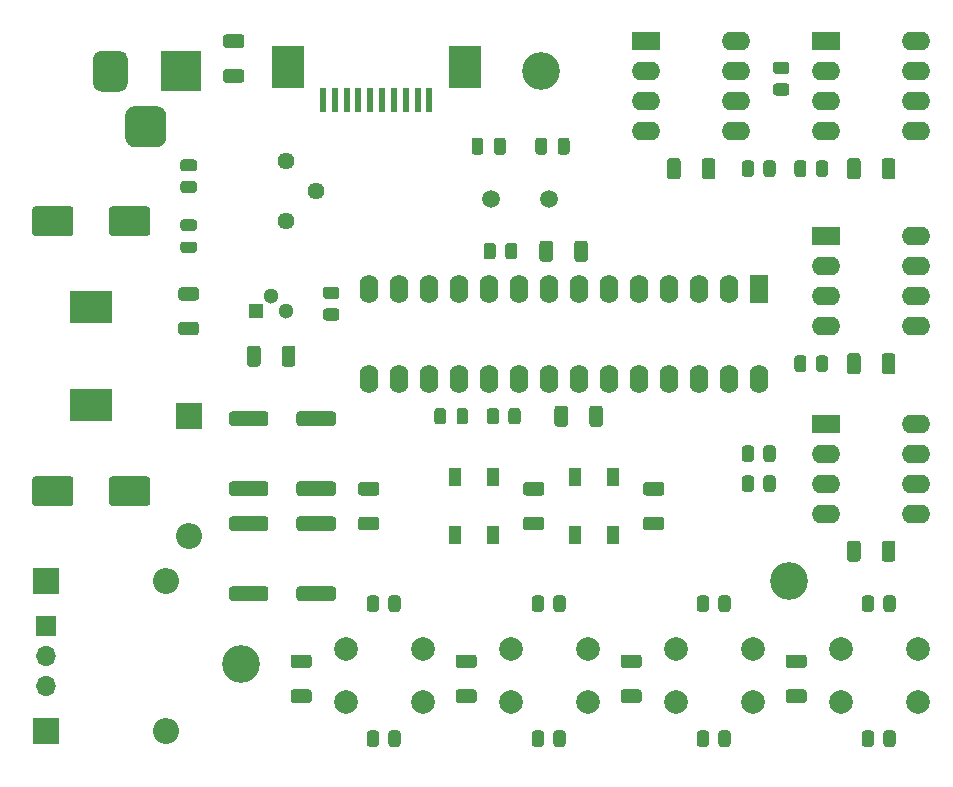
<source format=gbr>
%TF.GenerationSoftware,KiCad,Pcbnew,(5.1.10)-1*%
%TF.CreationDate,2021-08-11T22:08:48+03:00*%
%TF.ProjectId,ambient,616d6269-656e-4742-9e6b-696361645f70,rev?*%
%TF.SameCoordinates,Original*%
%TF.FileFunction,Soldermask,Top*%
%TF.FilePolarity,Negative*%
%FSLAX46Y46*%
G04 Gerber Fmt 4.6, Leading zero omitted, Abs format (unit mm)*
G04 Created by KiCad (PCBNEW (5.1.10)-1) date 2021-08-11 22:08:48*
%MOMM*%
%LPD*%
G01*
G04 APERTURE LIST*
%ADD10C,3.200000*%
%ADD11R,3.500000X3.500000*%
%ADD12R,1.600000X2.400000*%
%ADD13O,1.600000X2.400000*%
%ADD14R,3.600000X2.700000*%
%ADD15R,0.610000X2.000000*%
%ADD16R,2.680000X3.600000*%
%ADD17C,1.440000*%
%ADD18O,2.400000X1.600000*%
%ADD19R,2.400000X1.600000*%
%ADD20C,2.000000*%
%ADD21R,2.200000X2.200000*%
%ADD22O,2.200000X2.200000*%
%ADD23R,1.700000X1.700000*%
%ADD24O,1.700000X1.700000*%
%ADD25C,1.300000*%
%ADD26R,1.300000X1.300000*%
%ADD27C,1.500000*%
%ADD28R,1.000000X1.500000*%
G04 APERTURE END LIST*
D10*
%TO.C, *%
X79375000Y-63500000D03*
%TD*%
%TO.C, *%
X58420000Y-20320000D03*
%TD*%
%TO.C, *%
X33020000Y-70485000D03*
%TD*%
%TO.C,C1*%
G36*
G01*
X59545000Y-50180001D02*
X59545000Y-48879999D01*
G75*
G02*
X59794999Y-48630000I249999J0D01*
G01*
X60445001Y-48630000D01*
G75*
G02*
X60695000Y-48879999I0J-249999D01*
G01*
X60695000Y-50180001D01*
G75*
G02*
X60445001Y-50430000I-249999J0D01*
G01*
X59794999Y-50430000D01*
G75*
G02*
X59545000Y-50180001I0J249999D01*
G01*
G37*
G36*
G01*
X62495000Y-50180001D02*
X62495000Y-48879999D01*
G75*
G02*
X62744999Y-48630000I249999J0D01*
G01*
X63395001Y-48630000D01*
G75*
G02*
X63645000Y-48879999I0J-249999D01*
G01*
X63645000Y-50180001D01*
G75*
G02*
X63395001Y-50430000I-249999J0D01*
G01*
X62744999Y-50430000D01*
G75*
G02*
X62495000Y-50180001I0J249999D01*
G01*
G37*
%TD*%
%TO.C,C2*%
G36*
G01*
X59425000Y-34909999D02*
X59425000Y-36210001D01*
G75*
G02*
X59175001Y-36460000I-249999J0D01*
G01*
X58524999Y-36460000D01*
G75*
G02*
X58275000Y-36210001I0J249999D01*
G01*
X58275000Y-34909999D01*
G75*
G02*
X58524999Y-34660000I249999J0D01*
G01*
X59175001Y-34660000D01*
G75*
G02*
X59425000Y-34909999I0J-249999D01*
G01*
G37*
G36*
G01*
X62375000Y-34909999D02*
X62375000Y-36210001D01*
G75*
G02*
X62125001Y-36460000I-249999J0D01*
G01*
X61474999Y-36460000D01*
G75*
G02*
X61225000Y-36210001I0J249999D01*
G01*
X61225000Y-34909999D01*
G75*
G02*
X61474999Y-34660000I249999J0D01*
G01*
X62125001Y-34660000D01*
G75*
G02*
X62375000Y-34909999I0J-249999D01*
G01*
G37*
%TD*%
D11*
%TO.C,J1*%
X27940000Y-20320000D03*
G36*
G01*
X20440000Y-21320000D02*
X20440000Y-19320000D01*
G75*
G02*
X21190000Y-18570000I750000J0D01*
G01*
X22690000Y-18570000D01*
G75*
G02*
X23440000Y-19320000I0J-750000D01*
G01*
X23440000Y-21320000D01*
G75*
G02*
X22690000Y-22070000I-750000J0D01*
G01*
X21190000Y-22070000D01*
G75*
G02*
X20440000Y-21320000I0J750000D01*
G01*
G37*
G36*
G01*
X23190000Y-25895000D02*
X23190000Y-24145000D01*
G75*
G02*
X24065000Y-23270000I875000J0D01*
G01*
X25815000Y-23270000D01*
G75*
G02*
X26690000Y-24145000I0J-875000D01*
G01*
X26690000Y-25895000D01*
G75*
G02*
X25815000Y-26770000I-875000J0D01*
G01*
X24065000Y-26770000D01*
G75*
G02*
X23190000Y-25895000I0J875000D01*
G01*
G37*
%TD*%
D12*
%TO.C,U1*%
X76835000Y-38735000D03*
D13*
X43815000Y-46355000D03*
X74295000Y-38735000D03*
X46355000Y-46355000D03*
X71755000Y-38735000D03*
X48895000Y-46355000D03*
X69215000Y-38735000D03*
X51435000Y-46355000D03*
X66675000Y-38735000D03*
X53975000Y-46355000D03*
X64135000Y-38735000D03*
X56515000Y-46355000D03*
X61595000Y-38735000D03*
X59055000Y-46355000D03*
X59055000Y-38735000D03*
X61595000Y-46355000D03*
X56515000Y-38735000D03*
X64135000Y-46355000D03*
X53975000Y-38735000D03*
X66675000Y-46355000D03*
X51435000Y-38735000D03*
X69215000Y-46355000D03*
X48895000Y-38735000D03*
X71755000Y-46355000D03*
X46355000Y-38735000D03*
X74295000Y-46355000D03*
X43815000Y-38735000D03*
X76835000Y-46355000D03*
%TD*%
%TO.C,C3*%
G36*
G01*
X60820000Y-26195000D02*
X60820000Y-27145000D01*
G75*
G02*
X60570000Y-27395000I-250000J0D01*
G01*
X60070000Y-27395000D01*
G75*
G02*
X59820000Y-27145000I0J250000D01*
G01*
X59820000Y-26195000D01*
G75*
G02*
X60070000Y-25945000I250000J0D01*
G01*
X60570000Y-25945000D01*
G75*
G02*
X60820000Y-26195000I0J-250000D01*
G01*
G37*
G36*
G01*
X58920000Y-26195000D02*
X58920000Y-27145000D01*
G75*
G02*
X58670000Y-27395000I-250000J0D01*
G01*
X58170000Y-27395000D01*
G75*
G02*
X57920000Y-27145000I0J250000D01*
G01*
X57920000Y-26195000D01*
G75*
G02*
X58170000Y-25945000I250000J0D01*
G01*
X58670000Y-25945000D01*
G75*
G02*
X58920000Y-26195000I0J-250000D01*
G01*
G37*
%TD*%
%TO.C,C4*%
G36*
G01*
X54425000Y-27145000D02*
X54425000Y-26195000D01*
G75*
G02*
X54675000Y-25945000I250000J0D01*
G01*
X55175000Y-25945000D01*
G75*
G02*
X55425000Y-26195000I0J-250000D01*
G01*
X55425000Y-27145000D01*
G75*
G02*
X55175000Y-27395000I-250000J0D01*
G01*
X54675000Y-27395000D01*
G75*
G02*
X54425000Y-27145000I0J250000D01*
G01*
G37*
G36*
G01*
X52525000Y-27145000D02*
X52525000Y-26195000D01*
G75*
G02*
X52775000Y-25945000I250000J0D01*
G01*
X53275000Y-25945000D01*
G75*
G02*
X53525000Y-26195000I0J-250000D01*
G01*
X53525000Y-27145000D01*
G75*
G02*
X53275000Y-27395000I-250000J0D01*
G01*
X52775000Y-27395000D01*
G75*
G02*
X52525000Y-27145000I0J250000D01*
G01*
G37*
%TD*%
%TO.C,R1*%
G36*
G01*
X53542500Y-36010002D02*
X53542500Y-35109998D01*
G75*
G02*
X53792498Y-34860000I249998J0D01*
G01*
X54317502Y-34860000D01*
G75*
G02*
X54567500Y-35109998I0J-249998D01*
G01*
X54567500Y-36010002D01*
G75*
G02*
X54317502Y-36260000I-249998J0D01*
G01*
X53792498Y-36260000D01*
G75*
G02*
X53542500Y-36010002I0J249998D01*
G01*
G37*
G36*
G01*
X55367500Y-36010002D02*
X55367500Y-35109998D01*
G75*
G02*
X55617498Y-34860000I249998J0D01*
G01*
X56142502Y-34860000D01*
G75*
G02*
X56392500Y-35109998I0J-249998D01*
G01*
X56392500Y-36010002D01*
G75*
G02*
X56142502Y-36260000I-249998J0D01*
G01*
X55617498Y-36260000D01*
G75*
G02*
X55367500Y-36010002I0J249998D01*
G01*
G37*
%TD*%
%TO.C,C5*%
G36*
G01*
X15320000Y-34020000D02*
X15320000Y-32020000D01*
G75*
G02*
X15570000Y-31770000I250000J0D01*
G01*
X18570000Y-31770000D01*
G75*
G02*
X18820000Y-32020000I0J-250000D01*
G01*
X18820000Y-34020000D01*
G75*
G02*
X18570000Y-34270000I-250000J0D01*
G01*
X15570000Y-34270000D01*
G75*
G02*
X15320000Y-34020000I0J250000D01*
G01*
G37*
G36*
G01*
X21820000Y-34020000D02*
X21820000Y-32020000D01*
G75*
G02*
X22070000Y-31770000I250000J0D01*
G01*
X25070000Y-31770000D01*
G75*
G02*
X25320000Y-32020000I0J-250000D01*
G01*
X25320000Y-34020000D01*
G75*
G02*
X25070000Y-34270000I-250000J0D01*
G01*
X22070000Y-34270000D01*
G75*
G02*
X21820000Y-34020000I0J250000D01*
G01*
G37*
%TD*%
%TO.C,C6*%
G36*
G01*
X21820000Y-56880000D02*
X21820000Y-54880000D01*
G75*
G02*
X22070000Y-54630000I250000J0D01*
G01*
X25070000Y-54630000D01*
G75*
G02*
X25320000Y-54880000I0J-250000D01*
G01*
X25320000Y-56880000D01*
G75*
G02*
X25070000Y-57130000I-250000J0D01*
G01*
X22070000Y-57130000D01*
G75*
G02*
X21820000Y-56880000I0J250000D01*
G01*
G37*
G36*
G01*
X15320000Y-56880000D02*
X15320000Y-54880000D01*
G75*
G02*
X15570000Y-54630000I250000J0D01*
G01*
X18570000Y-54630000D01*
G75*
G02*
X18820000Y-54880000I0J-250000D01*
G01*
X18820000Y-56880000D01*
G75*
G02*
X18570000Y-57130000I-250000J0D01*
G01*
X15570000Y-57130000D01*
G75*
G02*
X15320000Y-56880000I0J250000D01*
G01*
G37*
%TD*%
%TO.C,C7*%
G36*
G01*
X37449999Y-69705000D02*
X38750001Y-69705000D01*
G75*
G02*
X39000000Y-69954999I0J-249999D01*
G01*
X39000000Y-70605001D01*
G75*
G02*
X38750001Y-70855000I-249999J0D01*
G01*
X37449999Y-70855000D01*
G75*
G02*
X37200000Y-70605001I0J249999D01*
G01*
X37200000Y-69954999D01*
G75*
G02*
X37449999Y-69705000I249999J0D01*
G01*
G37*
G36*
G01*
X37449999Y-72655000D02*
X38750001Y-72655000D01*
G75*
G02*
X39000000Y-72904999I0J-249999D01*
G01*
X39000000Y-73555001D01*
G75*
G02*
X38750001Y-73805000I-249999J0D01*
G01*
X37449999Y-73805000D01*
G75*
G02*
X37200000Y-73555001I0J249999D01*
G01*
X37200000Y-72904999D01*
G75*
G02*
X37449999Y-72655000I249999J0D01*
G01*
G37*
%TD*%
D14*
%TO.C,L1*%
X20320000Y-40300000D03*
X20320000Y-48600000D03*
%TD*%
%TO.C,R2*%
G36*
G01*
X45485000Y-65855002D02*
X45485000Y-64954998D01*
G75*
G02*
X45734998Y-64705000I249998J0D01*
G01*
X46260002Y-64705000D01*
G75*
G02*
X46510000Y-64954998I0J-249998D01*
G01*
X46510000Y-65855002D01*
G75*
G02*
X46260002Y-66105000I-249998J0D01*
G01*
X45734998Y-66105000D01*
G75*
G02*
X45485000Y-65855002I0J249998D01*
G01*
G37*
G36*
G01*
X43660000Y-65855002D02*
X43660000Y-64954998D01*
G75*
G02*
X43909998Y-64705000I249998J0D01*
G01*
X44435002Y-64705000D01*
G75*
G02*
X44685000Y-64954998I0J-249998D01*
G01*
X44685000Y-65855002D01*
G75*
G02*
X44435002Y-66105000I-249998J0D01*
G01*
X43909998Y-66105000D01*
G75*
G02*
X43660000Y-65855002I0J249998D01*
G01*
G37*
%TD*%
%TO.C,R3*%
G36*
G01*
X43660000Y-77285002D02*
X43660000Y-76384998D01*
G75*
G02*
X43909998Y-76135000I249998J0D01*
G01*
X44435002Y-76135000D01*
G75*
G02*
X44685000Y-76384998I0J-249998D01*
G01*
X44685000Y-77285002D01*
G75*
G02*
X44435002Y-77535000I-249998J0D01*
G01*
X43909998Y-77535000D01*
G75*
G02*
X43660000Y-77285002I0J249998D01*
G01*
G37*
G36*
G01*
X45485000Y-77285002D02*
X45485000Y-76384998D01*
G75*
G02*
X45734998Y-76135000I249998J0D01*
G01*
X46260002Y-76135000D01*
G75*
G02*
X46510000Y-76384998I0J-249998D01*
G01*
X46510000Y-77285002D01*
G75*
G02*
X46260002Y-77535000I-249998J0D01*
G01*
X45734998Y-77535000D01*
G75*
G02*
X45485000Y-77285002I0J249998D01*
G01*
G37*
%TD*%
%TO.C,C8*%
G36*
G01*
X79359999Y-69705000D02*
X80660001Y-69705000D01*
G75*
G02*
X80910000Y-69954999I0J-249999D01*
G01*
X80910000Y-70605001D01*
G75*
G02*
X80660001Y-70855000I-249999J0D01*
G01*
X79359999Y-70855000D01*
G75*
G02*
X79110000Y-70605001I0J249999D01*
G01*
X79110000Y-69954999D01*
G75*
G02*
X79359999Y-69705000I249999J0D01*
G01*
G37*
G36*
G01*
X79359999Y-72655000D02*
X80660001Y-72655000D01*
G75*
G02*
X80910000Y-72904999I0J-249999D01*
G01*
X80910000Y-73555001D01*
G75*
G02*
X80660001Y-73805000I-249999J0D01*
G01*
X79359999Y-73805000D01*
G75*
G02*
X79110000Y-73555001I0J249999D01*
G01*
X79110000Y-72904999D01*
G75*
G02*
X79359999Y-72655000I249999J0D01*
G01*
G37*
%TD*%
%TO.C,C9*%
G36*
G01*
X51419999Y-72655000D02*
X52720001Y-72655000D01*
G75*
G02*
X52970000Y-72904999I0J-249999D01*
G01*
X52970000Y-73555001D01*
G75*
G02*
X52720001Y-73805000I-249999J0D01*
G01*
X51419999Y-73805000D01*
G75*
G02*
X51170000Y-73555001I0J249999D01*
G01*
X51170000Y-72904999D01*
G75*
G02*
X51419999Y-72655000I249999J0D01*
G01*
G37*
G36*
G01*
X51419999Y-69705000D02*
X52720001Y-69705000D01*
G75*
G02*
X52970000Y-69954999I0J-249999D01*
G01*
X52970000Y-70605001D01*
G75*
G02*
X52720001Y-70855000I-249999J0D01*
G01*
X51419999Y-70855000D01*
G75*
G02*
X51170000Y-70605001I0J249999D01*
G01*
X51170000Y-69954999D01*
G75*
G02*
X51419999Y-69705000I249999J0D01*
G01*
G37*
%TD*%
%TO.C,C10*%
G36*
G01*
X65389999Y-72655000D02*
X66690001Y-72655000D01*
G75*
G02*
X66940000Y-72904999I0J-249999D01*
G01*
X66940000Y-73555001D01*
G75*
G02*
X66690001Y-73805000I-249999J0D01*
G01*
X65389999Y-73805000D01*
G75*
G02*
X65140000Y-73555001I0J249999D01*
G01*
X65140000Y-72904999D01*
G75*
G02*
X65389999Y-72655000I249999J0D01*
G01*
G37*
G36*
G01*
X65389999Y-69705000D02*
X66690001Y-69705000D01*
G75*
G02*
X66940000Y-69954999I0J-249999D01*
G01*
X66940000Y-70605001D01*
G75*
G02*
X66690001Y-70855000I-249999J0D01*
G01*
X65389999Y-70855000D01*
G75*
G02*
X65140000Y-70605001I0J249999D01*
G01*
X65140000Y-69954999D01*
G75*
G02*
X65389999Y-69705000I249999J0D01*
G01*
G37*
%TD*%
%TO.C,C11*%
G36*
G01*
X31734999Y-17205000D02*
X33035001Y-17205000D01*
G75*
G02*
X33285000Y-17454999I0J-249999D01*
G01*
X33285000Y-18105001D01*
G75*
G02*
X33035001Y-18355000I-249999J0D01*
G01*
X31734999Y-18355000D01*
G75*
G02*
X31485000Y-18105001I0J249999D01*
G01*
X31485000Y-17454999D01*
G75*
G02*
X31734999Y-17205000I249999J0D01*
G01*
G37*
G36*
G01*
X31734999Y-20155000D02*
X33035001Y-20155000D01*
G75*
G02*
X33285000Y-20404999I0J-249999D01*
G01*
X33285000Y-21055001D01*
G75*
G02*
X33035001Y-21305000I-249999J0D01*
G01*
X31734999Y-21305000D01*
G75*
G02*
X31485000Y-21055001I0J249999D01*
G01*
X31485000Y-20404999D01*
G75*
G02*
X31734999Y-20155000I249999J0D01*
G01*
G37*
%TD*%
%TO.C,D1*%
G36*
G01*
X29031250Y-33840000D02*
X28118750Y-33840000D01*
G75*
G02*
X27875000Y-33596250I0J243750D01*
G01*
X27875000Y-33108750D01*
G75*
G02*
X28118750Y-32865000I243750J0D01*
G01*
X29031250Y-32865000D01*
G75*
G02*
X29275000Y-33108750I0J-243750D01*
G01*
X29275000Y-33596250D01*
G75*
G02*
X29031250Y-33840000I-243750J0D01*
G01*
G37*
G36*
G01*
X29031250Y-35715000D02*
X28118750Y-35715000D01*
G75*
G02*
X27875000Y-35471250I0J243750D01*
G01*
X27875000Y-34983750D01*
G75*
G02*
X28118750Y-34740000I243750J0D01*
G01*
X29031250Y-34740000D01*
G75*
G02*
X29275000Y-34983750I0J-243750D01*
G01*
X29275000Y-35471250D01*
G75*
G02*
X29031250Y-35715000I-243750J0D01*
G01*
G37*
%TD*%
%TO.C,D2*%
G36*
G01*
X49375000Y-49986250D02*
X49375000Y-49073750D01*
G75*
G02*
X49618750Y-48830000I243750J0D01*
G01*
X50106250Y-48830000D01*
G75*
G02*
X50350000Y-49073750I0J-243750D01*
G01*
X50350000Y-49986250D01*
G75*
G02*
X50106250Y-50230000I-243750J0D01*
G01*
X49618750Y-50230000D01*
G75*
G02*
X49375000Y-49986250I0J243750D01*
G01*
G37*
G36*
G01*
X51250000Y-49986250D02*
X51250000Y-49073750D01*
G75*
G02*
X51493750Y-48830000I243750J0D01*
G01*
X51981250Y-48830000D01*
G75*
G02*
X52225000Y-49073750I0J-243750D01*
G01*
X52225000Y-49986250D01*
G75*
G02*
X51981250Y-50230000I-243750J0D01*
G01*
X51493750Y-50230000D01*
G75*
G02*
X51250000Y-49986250I0J243750D01*
G01*
G37*
%TD*%
D15*
%TO.C,J2*%
X48950000Y-22755000D03*
X47950000Y-22755000D03*
X46950000Y-22755000D03*
X45950000Y-22755000D03*
X44950000Y-22755000D03*
X43950000Y-22755000D03*
X42950000Y-22755000D03*
X41950000Y-22755000D03*
X40950000Y-22755000D03*
X39950000Y-22755000D03*
D16*
X51940000Y-19955000D03*
X36960000Y-19955000D03*
%TD*%
%TO.C,R4*%
G36*
G01*
X85570000Y-65855002D02*
X85570000Y-64954998D01*
G75*
G02*
X85819998Y-64705000I249998J0D01*
G01*
X86345002Y-64705000D01*
G75*
G02*
X86595000Y-64954998I0J-249998D01*
G01*
X86595000Y-65855002D01*
G75*
G02*
X86345002Y-66105000I-249998J0D01*
G01*
X85819998Y-66105000D01*
G75*
G02*
X85570000Y-65855002I0J249998D01*
G01*
G37*
G36*
G01*
X87395000Y-65855002D02*
X87395000Y-64954998D01*
G75*
G02*
X87644998Y-64705000I249998J0D01*
G01*
X88170002Y-64705000D01*
G75*
G02*
X88420000Y-64954998I0J-249998D01*
G01*
X88420000Y-65855002D01*
G75*
G02*
X88170002Y-66105000I-249998J0D01*
G01*
X87644998Y-66105000D01*
G75*
G02*
X87395000Y-65855002I0J249998D01*
G01*
G37*
%TD*%
%TO.C,R5*%
G36*
G01*
X87395000Y-77285002D02*
X87395000Y-76384998D01*
G75*
G02*
X87644998Y-76135000I249998J0D01*
G01*
X88170002Y-76135000D01*
G75*
G02*
X88420000Y-76384998I0J-249998D01*
G01*
X88420000Y-77285002D01*
G75*
G02*
X88170002Y-77535000I-249998J0D01*
G01*
X87644998Y-77535000D01*
G75*
G02*
X87395000Y-77285002I0J249998D01*
G01*
G37*
G36*
G01*
X85570000Y-77285002D02*
X85570000Y-76384998D01*
G75*
G02*
X85819998Y-76135000I249998J0D01*
G01*
X86345002Y-76135000D01*
G75*
G02*
X86595000Y-76384998I0J-249998D01*
G01*
X86595000Y-77285002D01*
G75*
G02*
X86345002Y-77535000I-249998J0D01*
G01*
X85819998Y-77535000D01*
G75*
G02*
X85570000Y-77285002I0J249998D01*
G01*
G37*
%TD*%
%TO.C,R6*%
G36*
G01*
X59455000Y-65855002D02*
X59455000Y-64954998D01*
G75*
G02*
X59704998Y-64705000I249998J0D01*
G01*
X60230002Y-64705000D01*
G75*
G02*
X60480000Y-64954998I0J-249998D01*
G01*
X60480000Y-65855002D01*
G75*
G02*
X60230002Y-66105000I-249998J0D01*
G01*
X59704998Y-66105000D01*
G75*
G02*
X59455000Y-65855002I0J249998D01*
G01*
G37*
G36*
G01*
X57630000Y-65855002D02*
X57630000Y-64954998D01*
G75*
G02*
X57879998Y-64705000I249998J0D01*
G01*
X58405002Y-64705000D01*
G75*
G02*
X58655000Y-64954998I0J-249998D01*
G01*
X58655000Y-65855002D01*
G75*
G02*
X58405002Y-66105000I-249998J0D01*
G01*
X57879998Y-66105000D01*
G75*
G02*
X57630000Y-65855002I0J249998D01*
G01*
G37*
%TD*%
%TO.C,R7*%
G36*
G01*
X57630000Y-77285002D02*
X57630000Y-76384998D01*
G75*
G02*
X57879998Y-76135000I249998J0D01*
G01*
X58405002Y-76135000D01*
G75*
G02*
X58655000Y-76384998I0J-249998D01*
G01*
X58655000Y-77285002D01*
G75*
G02*
X58405002Y-77535000I-249998J0D01*
G01*
X57879998Y-77535000D01*
G75*
G02*
X57630000Y-77285002I0J249998D01*
G01*
G37*
G36*
G01*
X59455000Y-77285002D02*
X59455000Y-76384998D01*
G75*
G02*
X59704998Y-76135000I249998J0D01*
G01*
X60230002Y-76135000D01*
G75*
G02*
X60480000Y-76384998I0J-249998D01*
G01*
X60480000Y-77285002D01*
G75*
G02*
X60230002Y-77535000I-249998J0D01*
G01*
X59704998Y-77535000D01*
G75*
G02*
X59455000Y-77285002I0J249998D01*
G01*
G37*
%TD*%
%TO.C,R8*%
G36*
G01*
X73425000Y-65855002D02*
X73425000Y-64954998D01*
G75*
G02*
X73674998Y-64705000I249998J0D01*
G01*
X74200002Y-64705000D01*
G75*
G02*
X74450000Y-64954998I0J-249998D01*
G01*
X74450000Y-65855002D01*
G75*
G02*
X74200002Y-66105000I-249998J0D01*
G01*
X73674998Y-66105000D01*
G75*
G02*
X73425000Y-65855002I0J249998D01*
G01*
G37*
G36*
G01*
X71600000Y-65855002D02*
X71600000Y-64954998D01*
G75*
G02*
X71849998Y-64705000I249998J0D01*
G01*
X72375002Y-64705000D01*
G75*
G02*
X72625000Y-64954998I0J-249998D01*
G01*
X72625000Y-65855002D01*
G75*
G02*
X72375002Y-66105000I-249998J0D01*
G01*
X71849998Y-66105000D01*
G75*
G02*
X71600000Y-65855002I0J249998D01*
G01*
G37*
%TD*%
%TO.C,R9*%
G36*
G01*
X71600000Y-77285002D02*
X71600000Y-76384998D01*
G75*
G02*
X71849998Y-76135000I249998J0D01*
G01*
X72375002Y-76135000D01*
G75*
G02*
X72625000Y-76384998I0J-249998D01*
G01*
X72625000Y-77285002D01*
G75*
G02*
X72375002Y-77535000I-249998J0D01*
G01*
X71849998Y-77535000D01*
G75*
G02*
X71600000Y-77285002I0J249998D01*
G01*
G37*
G36*
G01*
X73425000Y-77285002D02*
X73425000Y-76384998D01*
G75*
G02*
X73674998Y-76135000I249998J0D01*
G01*
X74200002Y-76135000D01*
G75*
G02*
X74450000Y-76384998I0J-249998D01*
G01*
X74450000Y-77285002D01*
G75*
G02*
X74200002Y-77535000I-249998J0D01*
G01*
X73674998Y-77535000D01*
G75*
G02*
X73425000Y-77285002I0J249998D01*
G01*
G37*
%TD*%
%TO.C,R10*%
G36*
G01*
X29025002Y-30635000D02*
X28124998Y-30635000D01*
G75*
G02*
X27875000Y-30385002I0J249998D01*
G01*
X27875000Y-29859998D01*
G75*
G02*
X28124998Y-29610000I249998J0D01*
G01*
X29025002Y-29610000D01*
G75*
G02*
X29275000Y-29859998I0J-249998D01*
G01*
X29275000Y-30385002D01*
G75*
G02*
X29025002Y-30635000I-249998J0D01*
G01*
G37*
G36*
G01*
X29025002Y-28810000D02*
X28124998Y-28810000D01*
G75*
G02*
X27875000Y-28560002I0J249998D01*
G01*
X27875000Y-28034998D01*
G75*
G02*
X28124998Y-27785000I249998J0D01*
G01*
X29025002Y-27785000D01*
G75*
G02*
X29275000Y-28034998I0J-249998D01*
G01*
X29275000Y-28560002D01*
G75*
G02*
X29025002Y-28810000I-249998J0D01*
G01*
G37*
%TD*%
%TO.C,R11*%
G36*
G01*
X55645000Y-49980002D02*
X55645000Y-49079998D01*
G75*
G02*
X55894998Y-48830000I249998J0D01*
G01*
X56420002Y-48830000D01*
G75*
G02*
X56670000Y-49079998I0J-249998D01*
G01*
X56670000Y-49980002D01*
G75*
G02*
X56420002Y-50230000I-249998J0D01*
G01*
X55894998Y-50230000D01*
G75*
G02*
X55645000Y-49980002I0J249998D01*
G01*
G37*
G36*
G01*
X53820000Y-49980002D02*
X53820000Y-49079998D01*
G75*
G02*
X54069998Y-48830000I249998J0D01*
G01*
X54595002Y-48830000D01*
G75*
G02*
X54845000Y-49079998I0J-249998D01*
G01*
X54845000Y-49980002D01*
G75*
G02*
X54595002Y-50230000I-249998J0D01*
G01*
X54069998Y-50230000D01*
G75*
G02*
X53820000Y-49980002I0J249998D01*
G01*
G37*
%TD*%
D17*
%TO.C,RV1*%
X36830000Y-27940000D03*
X39370000Y-30480000D03*
X36830000Y-33020000D03*
%TD*%
%TO.C,C12*%
G36*
G01*
X73170000Y-27924999D02*
X73170000Y-29225001D01*
G75*
G02*
X72920001Y-29475000I-249999J0D01*
G01*
X72269999Y-29475000D01*
G75*
G02*
X72020000Y-29225001I0J249999D01*
G01*
X72020000Y-27924999D01*
G75*
G02*
X72269999Y-27675000I249999J0D01*
G01*
X72920001Y-27675000D01*
G75*
G02*
X73170000Y-27924999I0J-249999D01*
G01*
G37*
G36*
G01*
X70220000Y-27924999D02*
X70220000Y-29225001D01*
G75*
G02*
X69970001Y-29475000I-249999J0D01*
G01*
X69319999Y-29475000D01*
G75*
G02*
X69070000Y-29225001I0J249999D01*
G01*
X69070000Y-27924999D01*
G75*
G02*
X69319999Y-27675000I249999J0D01*
G01*
X69970001Y-27675000D01*
G75*
G02*
X70220000Y-27924999I0J-249999D01*
G01*
G37*
%TD*%
%TO.C,C13*%
G36*
G01*
X85460000Y-27924999D02*
X85460000Y-29225001D01*
G75*
G02*
X85210001Y-29475000I-249999J0D01*
G01*
X84559999Y-29475000D01*
G75*
G02*
X84310000Y-29225001I0J249999D01*
G01*
X84310000Y-27924999D01*
G75*
G02*
X84559999Y-27675000I249999J0D01*
G01*
X85210001Y-27675000D01*
G75*
G02*
X85460000Y-27924999I0J-249999D01*
G01*
G37*
G36*
G01*
X88410000Y-27924999D02*
X88410000Y-29225001D01*
G75*
G02*
X88160001Y-29475000I-249999J0D01*
G01*
X87509999Y-29475000D01*
G75*
G02*
X87260000Y-29225001I0J249999D01*
G01*
X87260000Y-27924999D01*
G75*
G02*
X87509999Y-27675000I249999J0D01*
G01*
X88160001Y-27675000D01*
G75*
G02*
X88410000Y-27924999I0J-249999D01*
G01*
G37*
%TD*%
%TO.C,C14*%
G36*
G01*
X88410000Y-44434999D02*
X88410000Y-45735001D01*
G75*
G02*
X88160001Y-45985000I-249999J0D01*
G01*
X87509999Y-45985000D01*
G75*
G02*
X87260000Y-45735001I0J249999D01*
G01*
X87260000Y-44434999D01*
G75*
G02*
X87509999Y-44185000I249999J0D01*
G01*
X88160001Y-44185000D01*
G75*
G02*
X88410000Y-44434999I0J-249999D01*
G01*
G37*
G36*
G01*
X85460000Y-44434999D02*
X85460000Y-45735001D01*
G75*
G02*
X85210001Y-45985000I-249999J0D01*
G01*
X84559999Y-45985000D01*
G75*
G02*
X84310000Y-45735001I0J249999D01*
G01*
X84310000Y-44434999D01*
G75*
G02*
X84559999Y-44185000I249999J0D01*
G01*
X85210001Y-44185000D01*
G75*
G02*
X85460000Y-44434999I0J-249999D01*
G01*
G37*
%TD*%
%TO.C,C15*%
G36*
G01*
X85460000Y-60309999D02*
X85460000Y-61610001D01*
G75*
G02*
X85210001Y-61860000I-249999J0D01*
G01*
X84559999Y-61860000D01*
G75*
G02*
X84310000Y-61610001I0J249999D01*
G01*
X84310000Y-60309999D01*
G75*
G02*
X84559999Y-60060000I249999J0D01*
G01*
X85210001Y-60060000D01*
G75*
G02*
X85460000Y-60309999I0J-249999D01*
G01*
G37*
G36*
G01*
X88410000Y-60309999D02*
X88410000Y-61610001D01*
G75*
G02*
X88160001Y-61860000I-249999J0D01*
G01*
X87509999Y-61860000D01*
G75*
G02*
X87260000Y-61610001I0J249999D01*
G01*
X87260000Y-60309999D01*
G75*
G02*
X87509999Y-60060000I249999J0D01*
G01*
X88160001Y-60060000D01*
G75*
G02*
X88410000Y-60309999I0J-249999D01*
G01*
G37*
%TD*%
%TO.C,R12*%
G36*
G01*
X77235000Y-29025002D02*
X77235000Y-28124998D01*
G75*
G02*
X77484998Y-27875000I249998J0D01*
G01*
X78010002Y-27875000D01*
G75*
G02*
X78260000Y-28124998I0J-249998D01*
G01*
X78260000Y-29025002D01*
G75*
G02*
X78010002Y-29275000I-249998J0D01*
G01*
X77484998Y-29275000D01*
G75*
G02*
X77235000Y-29025002I0J249998D01*
G01*
G37*
G36*
G01*
X75410000Y-29025002D02*
X75410000Y-28124998D01*
G75*
G02*
X75659998Y-27875000I249998J0D01*
G01*
X76185002Y-27875000D01*
G75*
G02*
X76435000Y-28124998I0J-249998D01*
G01*
X76435000Y-29025002D01*
G75*
G02*
X76185002Y-29275000I-249998J0D01*
G01*
X75659998Y-29275000D01*
G75*
G02*
X75410000Y-29025002I0J249998D01*
G01*
G37*
%TD*%
%TO.C,R13*%
G36*
G01*
X82705000Y-28124998D02*
X82705000Y-29025002D01*
G75*
G02*
X82455002Y-29275000I-249998J0D01*
G01*
X81929998Y-29275000D01*
G75*
G02*
X81680000Y-29025002I0J249998D01*
G01*
X81680000Y-28124998D01*
G75*
G02*
X81929998Y-27875000I249998J0D01*
G01*
X82455002Y-27875000D01*
G75*
G02*
X82705000Y-28124998I0J-249998D01*
G01*
G37*
G36*
G01*
X80880000Y-28124998D02*
X80880000Y-29025002D01*
G75*
G02*
X80630002Y-29275000I-249998J0D01*
G01*
X80104998Y-29275000D01*
G75*
G02*
X79855000Y-29025002I0J249998D01*
G01*
X79855000Y-28124998D01*
G75*
G02*
X80104998Y-27875000I249998J0D01*
G01*
X80630002Y-27875000D01*
G75*
G02*
X80880000Y-28124998I0J-249998D01*
G01*
G37*
%TD*%
%TO.C,R14*%
G36*
G01*
X79190002Y-20555000D02*
X78289998Y-20555000D01*
G75*
G02*
X78040000Y-20305002I0J249998D01*
G01*
X78040000Y-19779998D01*
G75*
G02*
X78289998Y-19530000I249998J0D01*
G01*
X79190002Y-19530000D01*
G75*
G02*
X79440000Y-19779998I0J-249998D01*
G01*
X79440000Y-20305002D01*
G75*
G02*
X79190002Y-20555000I-249998J0D01*
G01*
G37*
G36*
G01*
X79190002Y-22380000D02*
X78289998Y-22380000D01*
G75*
G02*
X78040000Y-22130002I0J249998D01*
G01*
X78040000Y-21604998D01*
G75*
G02*
X78289998Y-21355000I249998J0D01*
G01*
X79190002Y-21355000D01*
G75*
G02*
X79440000Y-21604998I0J-249998D01*
G01*
X79440000Y-22130002D01*
G75*
G02*
X79190002Y-22380000I-249998J0D01*
G01*
G37*
%TD*%
%TO.C,R15*%
G36*
G01*
X80880000Y-44634998D02*
X80880000Y-45535002D01*
G75*
G02*
X80630002Y-45785000I-249998J0D01*
G01*
X80104998Y-45785000D01*
G75*
G02*
X79855000Y-45535002I0J249998D01*
G01*
X79855000Y-44634998D01*
G75*
G02*
X80104998Y-44385000I249998J0D01*
G01*
X80630002Y-44385000D01*
G75*
G02*
X80880000Y-44634998I0J-249998D01*
G01*
G37*
G36*
G01*
X82705000Y-44634998D02*
X82705000Y-45535002D01*
G75*
G02*
X82455002Y-45785000I-249998J0D01*
G01*
X81929998Y-45785000D01*
G75*
G02*
X81680000Y-45535002I0J249998D01*
G01*
X81680000Y-44634998D01*
G75*
G02*
X81929998Y-44385000I249998J0D01*
G01*
X82455002Y-44385000D01*
G75*
G02*
X82705000Y-44634998I0J-249998D01*
G01*
G37*
%TD*%
%TO.C,R16*%
G36*
G01*
X75410000Y-53155002D02*
X75410000Y-52254998D01*
G75*
G02*
X75659998Y-52005000I249998J0D01*
G01*
X76185002Y-52005000D01*
G75*
G02*
X76435000Y-52254998I0J-249998D01*
G01*
X76435000Y-53155002D01*
G75*
G02*
X76185002Y-53405000I-249998J0D01*
G01*
X75659998Y-53405000D01*
G75*
G02*
X75410000Y-53155002I0J249998D01*
G01*
G37*
G36*
G01*
X77235000Y-53155002D02*
X77235000Y-52254998D01*
G75*
G02*
X77484998Y-52005000I249998J0D01*
G01*
X78010002Y-52005000D01*
G75*
G02*
X78260000Y-52254998I0J-249998D01*
G01*
X78260000Y-53155002D01*
G75*
G02*
X78010002Y-53405000I-249998J0D01*
G01*
X77484998Y-53405000D01*
G75*
G02*
X77235000Y-53155002I0J249998D01*
G01*
G37*
%TD*%
%TO.C,R17*%
G36*
G01*
X75410000Y-55695002D02*
X75410000Y-54794998D01*
G75*
G02*
X75659998Y-54545000I249998J0D01*
G01*
X76185002Y-54545000D01*
G75*
G02*
X76435000Y-54794998I0J-249998D01*
G01*
X76435000Y-55695002D01*
G75*
G02*
X76185002Y-55945000I-249998J0D01*
G01*
X75659998Y-55945000D01*
G75*
G02*
X75410000Y-55695002I0J249998D01*
G01*
G37*
G36*
G01*
X77235000Y-55695002D02*
X77235000Y-54794998D01*
G75*
G02*
X77484998Y-54545000I249998J0D01*
G01*
X78010002Y-54545000D01*
G75*
G02*
X78260000Y-54794998I0J-249998D01*
G01*
X78260000Y-55695002D01*
G75*
G02*
X78010002Y-55945000I-249998J0D01*
G01*
X77484998Y-55945000D01*
G75*
G02*
X77235000Y-55695002I0J249998D01*
G01*
G37*
%TD*%
D18*
%TO.C,U2*%
X74930000Y-17780000D03*
X67310000Y-25400000D03*
X74930000Y-20320000D03*
X67310000Y-22860000D03*
X74930000Y-22860000D03*
X67310000Y-20320000D03*
X74930000Y-25400000D03*
D19*
X67310000Y-17780000D03*
%TD*%
%TO.C,U3*%
X82550000Y-17780000D03*
D18*
X90170000Y-25400000D03*
X82550000Y-20320000D03*
X90170000Y-22860000D03*
X82550000Y-22860000D03*
X90170000Y-20320000D03*
X82550000Y-25400000D03*
X90170000Y-17780000D03*
%TD*%
%TO.C,U4*%
X90170000Y-34290000D03*
X82550000Y-41910000D03*
X90170000Y-36830000D03*
X82550000Y-39370000D03*
X90170000Y-39370000D03*
X82550000Y-36830000D03*
X90170000Y-41910000D03*
D19*
X82550000Y-34290000D03*
%TD*%
%TO.C,U5*%
X82550000Y-50165000D03*
D18*
X90170000Y-57785000D03*
X82550000Y-52705000D03*
X90170000Y-55245000D03*
X82550000Y-55245000D03*
X90170000Y-52705000D03*
X82550000Y-57785000D03*
X90170000Y-50165000D03*
%TD*%
D20*
%TO.C,SW1*%
X41910000Y-73715000D03*
X41910000Y-69215000D03*
X48410000Y-73715000D03*
X48410000Y-69215000D03*
%TD*%
%TO.C,SW2*%
X90320000Y-69215000D03*
X90320000Y-73715000D03*
X83820000Y-69215000D03*
X83820000Y-73715000D03*
%TD*%
%TO.C,SW3*%
X55880000Y-73715000D03*
X55880000Y-69215000D03*
X62380000Y-73715000D03*
X62380000Y-69215000D03*
%TD*%
%TO.C,SW4*%
X76350000Y-69215000D03*
X76350000Y-73715000D03*
X69850000Y-69215000D03*
X69850000Y-73715000D03*
%TD*%
%TO.C,C16*%
G36*
G01*
X58435001Y-56250000D02*
X57134999Y-56250000D01*
G75*
G02*
X56885000Y-56000001I0J249999D01*
G01*
X56885000Y-55349999D01*
G75*
G02*
X57134999Y-55100000I249999J0D01*
G01*
X58435001Y-55100000D01*
G75*
G02*
X58685000Y-55349999I0J-249999D01*
G01*
X58685000Y-56000001D01*
G75*
G02*
X58435001Y-56250000I-249999J0D01*
G01*
G37*
G36*
G01*
X58435001Y-59200000D02*
X57134999Y-59200000D01*
G75*
G02*
X56885000Y-58950001I0J249999D01*
G01*
X56885000Y-58299999D01*
G75*
G02*
X57134999Y-58050000I249999J0D01*
G01*
X58435001Y-58050000D01*
G75*
G02*
X58685000Y-58299999I0J-249999D01*
G01*
X58685000Y-58950001D01*
G75*
G02*
X58435001Y-59200000I-249999J0D01*
G01*
G37*
%TD*%
%TO.C,C17*%
G36*
G01*
X67294999Y-55100000D02*
X68595001Y-55100000D01*
G75*
G02*
X68845000Y-55349999I0J-249999D01*
G01*
X68845000Y-56000001D01*
G75*
G02*
X68595001Y-56250000I-249999J0D01*
G01*
X67294999Y-56250000D01*
G75*
G02*
X67045000Y-56000001I0J249999D01*
G01*
X67045000Y-55349999D01*
G75*
G02*
X67294999Y-55100000I249999J0D01*
G01*
G37*
G36*
G01*
X67294999Y-58050000D02*
X68595001Y-58050000D01*
G75*
G02*
X68845000Y-58299999I0J-249999D01*
G01*
X68845000Y-58950001D01*
G75*
G02*
X68595001Y-59200000I-249999J0D01*
G01*
X67294999Y-59200000D01*
G75*
G02*
X67045000Y-58950001I0J249999D01*
G01*
X67045000Y-58299999D01*
G75*
G02*
X67294999Y-58050000I249999J0D01*
G01*
G37*
%TD*%
%TO.C,C18*%
G36*
G01*
X37610000Y-43799999D02*
X37610000Y-45100001D01*
G75*
G02*
X37360001Y-45350000I-249999J0D01*
G01*
X36709999Y-45350000D01*
G75*
G02*
X36460000Y-45100001I0J249999D01*
G01*
X36460000Y-43799999D01*
G75*
G02*
X36709999Y-43550000I249999J0D01*
G01*
X37360001Y-43550000D01*
G75*
G02*
X37610000Y-43799999I0J-249999D01*
G01*
G37*
G36*
G01*
X34660000Y-43799999D02*
X34660000Y-45100001D01*
G75*
G02*
X34410001Y-45350000I-249999J0D01*
G01*
X33759999Y-45350000D01*
G75*
G02*
X33510000Y-45100001I0J249999D01*
G01*
X33510000Y-43799999D01*
G75*
G02*
X33759999Y-43550000I249999J0D01*
G01*
X34410001Y-43550000D01*
G75*
G02*
X34660000Y-43799999I0J-249999D01*
G01*
G37*
%TD*%
%TO.C,C19*%
G36*
G01*
X44465001Y-56250000D02*
X43164999Y-56250000D01*
G75*
G02*
X42915000Y-56000001I0J249999D01*
G01*
X42915000Y-55349999D01*
G75*
G02*
X43164999Y-55100000I249999J0D01*
G01*
X44465001Y-55100000D01*
G75*
G02*
X44715000Y-55349999I0J-249999D01*
G01*
X44715000Y-56000001D01*
G75*
G02*
X44465001Y-56250000I-249999J0D01*
G01*
G37*
G36*
G01*
X44465001Y-59200000D02*
X43164999Y-59200000D01*
G75*
G02*
X42915000Y-58950001I0J249999D01*
G01*
X42915000Y-58299999D01*
G75*
G02*
X43164999Y-58050000I249999J0D01*
G01*
X44465001Y-58050000D01*
G75*
G02*
X44715000Y-58299999I0J-249999D01*
G01*
X44715000Y-58950001D01*
G75*
G02*
X44465001Y-59200000I-249999J0D01*
G01*
G37*
%TD*%
D21*
%TO.C,D3*%
X28575000Y-49530000D03*
D22*
X28575000Y-59690000D03*
%TD*%
%TO.C,D4*%
X26670000Y-76200000D03*
D21*
X16510000Y-76200000D03*
%TD*%
%TO.C,D5*%
X16510000Y-63500000D03*
D22*
X26670000Y-63500000D03*
%TD*%
D23*
%TO.C,J3*%
X16510000Y-67310000D03*
D24*
X16510000Y-69850000D03*
X16510000Y-72390000D03*
%TD*%
%TO.C,R18*%
G36*
G01*
X41090002Y-41430000D02*
X40189998Y-41430000D01*
G75*
G02*
X39940000Y-41180002I0J249998D01*
G01*
X39940000Y-40654998D01*
G75*
G02*
X40189998Y-40405000I249998J0D01*
G01*
X41090002Y-40405000D01*
G75*
G02*
X41340000Y-40654998I0J-249998D01*
G01*
X41340000Y-41180002D01*
G75*
G02*
X41090002Y-41430000I-249998J0D01*
G01*
G37*
G36*
G01*
X41090002Y-39605000D02*
X40189998Y-39605000D01*
G75*
G02*
X39940000Y-39355002I0J249998D01*
G01*
X39940000Y-38829998D01*
G75*
G02*
X40189998Y-38580000I249998J0D01*
G01*
X41090002Y-38580000D01*
G75*
G02*
X41340000Y-38829998I0J-249998D01*
G01*
X41340000Y-39355002D01*
G75*
G02*
X41090002Y-39605000I-249998J0D01*
G01*
G37*
%TD*%
%TO.C,R19*%
G36*
G01*
X29200003Y-42665000D02*
X27949997Y-42665000D01*
G75*
G02*
X27700000Y-42415003I0J249997D01*
G01*
X27700000Y-41789997D01*
G75*
G02*
X27949997Y-41540000I249997J0D01*
G01*
X29200003Y-41540000D01*
G75*
G02*
X29450000Y-41789997I0J-249997D01*
G01*
X29450000Y-42415003D01*
G75*
G02*
X29200003Y-42665000I-249997J0D01*
G01*
G37*
G36*
G01*
X29200003Y-39740000D02*
X27949997Y-39740000D01*
G75*
G02*
X27700000Y-39490003I0J249997D01*
G01*
X27700000Y-38864997D01*
G75*
G02*
X27949997Y-38615000I249997J0D01*
G01*
X29200003Y-38615000D01*
G75*
G02*
X29450000Y-38864997I0J-249997D01*
G01*
X29450000Y-39490003D01*
G75*
G02*
X29200003Y-39740000I-249997J0D01*
G01*
G37*
%TD*%
%TO.C,R20*%
G36*
G01*
X32229999Y-63945000D02*
X35080001Y-63945000D01*
G75*
G02*
X35330000Y-64194999I0J-249999D01*
G01*
X35330000Y-64920001D01*
G75*
G02*
X35080001Y-65170000I-249999J0D01*
G01*
X32229999Y-65170000D01*
G75*
G02*
X31980000Y-64920001I0J249999D01*
G01*
X31980000Y-64194999D01*
G75*
G02*
X32229999Y-63945000I249999J0D01*
G01*
G37*
G36*
G01*
X32229999Y-58020000D02*
X35080001Y-58020000D01*
G75*
G02*
X35330000Y-58269999I0J-249999D01*
G01*
X35330000Y-58995001D01*
G75*
G02*
X35080001Y-59245000I-249999J0D01*
G01*
X32229999Y-59245000D01*
G75*
G02*
X31980000Y-58995001I0J249999D01*
G01*
X31980000Y-58269999D01*
G75*
G02*
X32229999Y-58020000I249999J0D01*
G01*
G37*
%TD*%
%TO.C,R21*%
G36*
G01*
X37944999Y-58020000D02*
X40795001Y-58020000D01*
G75*
G02*
X41045000Y-58269999I0J-249999D01*
G01*
X41045000Y-58995001D01*
G75*
G02*
X40795001Y-59245000I-249999J0D01*
G01*
X37944999Y-59245000D01*
G75*
G02*
X37695000Y-58995001I0J249999D01*
G01*
X37695000Y-58269999D01*
G75*
G02*
X37944999Y-58020000I249999J0D01*
G01*
G37*
G36*
G01*
X37944999Y-63945000D02*
X40795001Y-63945000D01*
G75*
G02*
X41045000Y-64194999I0J-249999D01*
G01*
X41045000Y-64920001D01*
G75*
G02*
X40795001Y-65170000I-249999J0D01*
G01*
X37944999Y-65170000D01*
G75*
G02*
X37695000Y-64920001I0J249999D01*
G01*
X37695000Y-64194999D01*
G75*
G02*
X37944999Y-63945000I249999J0D01*
G01*
G37*
%TD*%
%TO.C,R22*%
G36*
G01*
X32229999Y-55055000D02*
X35080001Y-55055000D01*
G75*
G02*
X35330000Y-55304999I0J-249999D01*
G01*
X35330000Y-56030001D01*
G75*
G02*
X35080001Y-56280000I-249999J0D01*
G01*
X32229999Y-56280000D01*
G75*
G02*
X31980000Y-56030001I0J249999D01*
G01*
X31980000Y-55304999D01*
G75*
G02*
X32229999Y-55055000I249999J0D01*
G01*
G37*
G36*
G01*
X32229999Y-49130000D02*
X35080001Y-49130000D01*
G75*
G02*
X35330000Y-49379999I0J-249999D01*
G01*
X35330000Y-50105001D01*
G75*
G02*
X35080001Y-50355000I-249999J0D01*
G01*
X32229999Y-50355000D01*
G75*
G02*
X31980000Y-50105001I0J249999D01*
G01*
X31980000Y-49379999D01*
G75*
G02*
X32229999Y-49130000I249999J0D01*
G01*
G37*
%TD*%
%TO.C,R23*%
G36*
G01*
X37944999Y-49130000D02*
X40795001Y-49130000D01*
G75*
G02*
X41045000Y-49379999I0J-249999D01*
G01*
X41045000Y-50105001D01*
G75*
G02*
X40795001Y-50355000I-249999J0D01*
G01*
X37944999Y-50355000D01*
G75*
G02*
X37695000Y-50105001I0J249999D01*
G01*
X37695000Y-49379999D01*
G75*
G02*
X37944999Y-49130000I249999J0D01*
G01*
G37*
G36*
G01*
X37944999Y-55055000D02*
X40795001Y-55055000D01*
G75*
G02*
X41045000Y-55304999I0J-249999D01*
G01*
X41045000Y-56030001D01*
G75*
G02*
X40795001Y-56280000I-249999J0D01*
G01*
X37944999Y-56280000D01*
G75*
G02*
X37695000Y-56030001I0J249999D01*
G01*
X37695000Y-55304999D01*
G75*
G02*
X37944999Y-55055000I249999J0D01*
G01*
G37*
%TD*%
D25*
%TO.C,Q1*%
X35560000Y-39370000D03*
X36830000Y-40640000D03*
D26*
X34290000Y-40640000D03*
%TD*%
D27*
%TO.C,Y1*%
X59055000Y-31115000D03*
X54175000Y-31115000D03*
%TD*%
D28*
%TO.C,DD1*%
X51105000Y-59600000D03*
X54305000Y-59600000D03*
X51105000Y-54700000D03*
X54305000Y-54700000D03*
%TD*%
%TO.C,DD2*%
X64465000Y-54700000D03*
X61265000Y-54700000D03*
X64465000Y-59600000D03*
X61265000Y-59600000D03*
%TD*%
M02*

</source>
